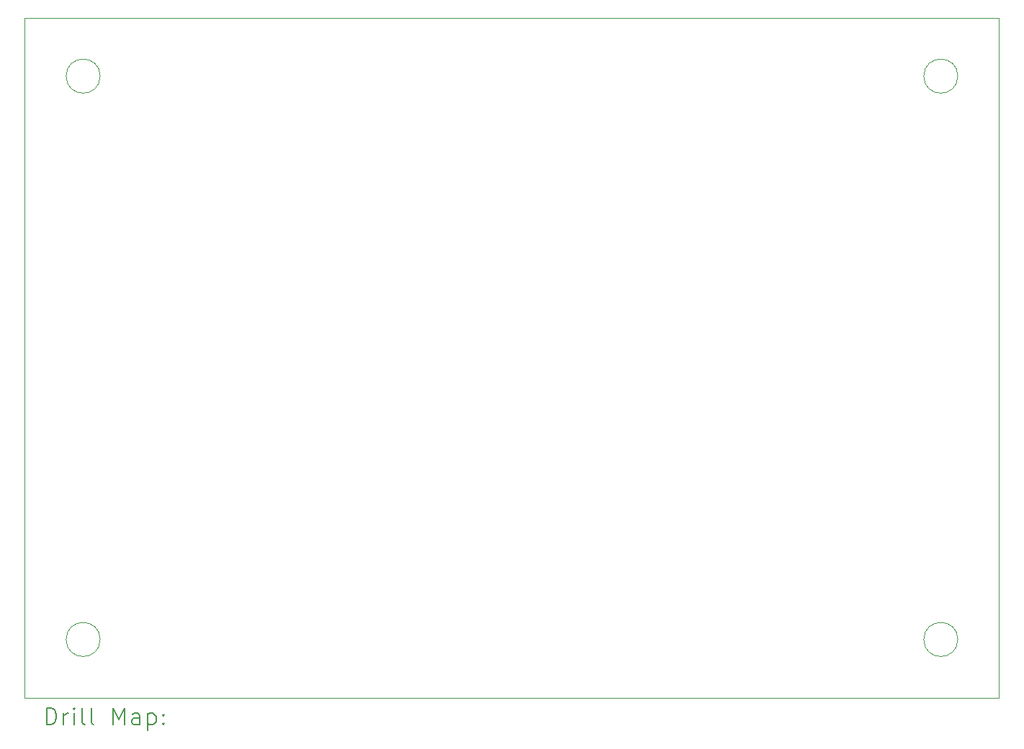
<source format=gbr>
%TF.GenerationSoftware,KiCad,Pcbnew,8.0.1*%
%TF.CreationDate,2024-04-23T21:27:29-07:00*%
%TF.ProjectId,LED_Device,4c45445f-4465-4766-9963-652e6b696361,rev?*%
%TF.SameCoordinates,Original*%
%TF.FileFunction,Drillmap*%
%TF.FilePolarity,Positive*%
%FSLAX45Y45*%
G04 Gerber Fmt 4.5, Leading zero omitted, Abs format (unit mm)*
G04 Created by KiCad (PCBNEW 8.0.1) date 2024-04-23 21:27:29*
%MOMM*%
%LPD*%
G01*
G04 APERTURE LIST*
%ADD10C,0.100000*%
%ADD11C,0.200000*%
G04 APERTURE END LIST*
D10*
X19808800Y-7899400D02*
G75*
G02*
X19408800Y-7899400I-200000J0D01*
G01*
X19408800Y-7899400D02*
G75*
G02*
X19808800Y-7899400I200000J0D01*
G01*
X9725000Y-7899400D02*
G75*
G02*
X9325000Y-7899400I-200000J0D01*
G01*
X9325000Y-7899400D02*
G75*
G02*
X9725000Y-7899400I200000J0D01*
G01*
X8839200Y-7213600D02*
X20294600Y-7213600D01*
X20294600Y-15214600D01*
X8839200Y-15214600D01*
X8839200Y-7213600D01*
X9725000Y-14528800D02*
G75*
G02*
X9325000Y-14528800I-200000J0D01*
G01*
X9325000Y-14528800D02*
G75*
G02*
X9725000Y-14528800I200000J0D01*
G01*
X19808800Y-14528800D02*
G75*
G02*
X19408800Y-14528800I-200000J0D01*
G01*
X19408800Y-14528800D02*
G75*
G02*
X19808800Y-14528800I200000J0D01*
G01*
D11*
X9094977Y-15531084D02*
X9094977Y-15331084D01*
X9094977Y-15331084D02*
X9142596Y-15331084D01*
X9142596Y-15331084D02*
X9171167Y-15340608D01*
X9171167Y-15340608D02*
X9190215Y-15359655D01*
X9190215Y-15359655D02*
X9199739Y-15378703D01*
X9199739Y-15378703D02*
X9209263Y-15416798D01*
X9209263Y-15416798D02*
X9209263Y-15445369D01*
X9209263Y-15445369D02*
X9199739Y-15483465D01*
X9199739Y-15483465D02*
X9190215Y-15502512D01*
X9190215Y-15502512D02*
X9171167Y-15521560D01*
X9171167Y-15521560D02*
X9142596Y-15531084D01*
X9142596Y-15531084D02*
X9094977Y-15531084D01*
X9294977Y-15531084D02*
X9294977Y-15397750D01*
X9294977Y-15435846D02*
X9304501Y-15416798D01*
X9304501Y-15416798D02*
X9314024Y-15407274D01*
X9314024Y-15407274D02*
X9333072Y-15397750D01*
X9333072Y-15397750D02*
X9352120Y-15397750D01*
X9418786Y-15531084D02*
X9418786Y-15397750D01*
X9418786Y-15331084D02*
X9409263Y-15340608D01*
X9409263Y-15340608D02*
X9418786Y-15350131D01*
X9418786Y-15350131D02*
X9428310Y-15340608D01*
X9428310Y-15340608D02*
X9418786Y-15331084D01*
X9418786Y-15331084D02*
X9418786Y-15350131D01*
X9542596Y-15531084D02*
X9523548Y-15521560D01*
X9523548Y-15521560D02*
X9514024Y-15502512D01*
X9514024Y-15502512D02*
X9514024Y-15331084D01*
X9647358Y-15531084D02*
X9628310Y-15521560D01*
X9628310Y-15521560D02*
X9618786Y-15502512D01*
X9618786Y-15502512D02*
X9618786Y-15331084D01*
X9875929Y-15531084D02*
X9875929Y-15331084D01*
X9875929Y-15331084D02*
X9942596Y-15473941D01*
X9942596Y-15473941D02*
X10009263Y-15331084D01*
X10009263Y-15331084D02*
X10009263Y-15531084D01*
X10190215Y-15531084D02*
X10190215Y-15426322D01*
X10190215Y-15426322D02*
X10180691Y-15407274D01*
X10180691Y-15407274D02*
X10161644Y-15397750D01*
X10161644Y-15397750D02*
X10123548Y-15397750D01*
X10123548Y-15397750D02*
X10104501Y-15407274D01*
X10190215Y-15521560D02*
X10171167Y-15531084D01*
X10171167Y-15531084D02*
X10123548Y-15531084D01*
X10123548Y-15531084D02*
X10104501Y-15521560D01*
X10104501Y-15521560D02*
X10094977Y-15502512D01*
X10094977Y-15502512D02*
X10094977Y-15483465D01*
X10094977Y-15483465D02*
X10104501Y-15464417D01*
X10104501Y-15464417D02*
X10123548Y-15454893D01*
X10123548Y-15454893D02*
X10171167Y-15454893D01*
X10171167Y-15454893D02*
X10190215Y-15445369D01*
X10285453Y-15397750D02*
X10285453Y-15597750D01*
X10285453Y-15407274D02*
X10304501Y-15397750D01*
X10304501Y-15397750D02*
X10342596Y-15397750D01*
X10342596Y-15397750D02*
X10361644Y-15407274D01*
X10361644Y-15407274D02*
X10371167Y-15416798D01*
X10371167Y-15416798D02*
X10380691Y-15435846D01*
X10380691Y-15435846D02*
X10380691Y-15492988D01*
X10380691Y-15492988D02*
X10371167Y-15512036D01*
X10371167Y-15512036D02*
X10361644Y-15521560D01*
X10361644Y-15521560D02*
X10342596Y-15531084D01*
X10342596Y-15531084D02*
X10304501Y-15531084D01*
X10304501Y-15531084D02*
X10285453Y-15521560D01*
X10466405Y-15512036D02*
X10475929Y-15521560D01*
X10475929Y-15521560D02*
X10466405Y-15531084D01*
X10466405Y-15531084D02*
X10456882Y-15521560D01*
X10456882Y-15521560D02*
X10466405Y-15512036D01*
X10466405Y-15512036D02*
X10466405Y-15531084D01*
X10466405Y-15407274D02*
X10475929Y-15416798D01*
X10475929Y-15416798D02*
X10466405Y-15426322D01*
X10466405Y-15426322D02*
X10456882Y-15416798D01*
X10456882Y-15416798D02*
X10466405Y-15407274D01*
X10466405Y-15407274D02*
X10466405Y-15426322D01*
M02*

</source>
